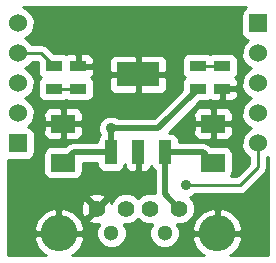
<source format=gbl>
G04 (created by PCBNEW (2013-07-07 BZR 4022)-stable) date 11/24/2014 5:15:10 AM*
%MOIN*%
G04 Gerber Fmt 3.4, Leading zero omitted, Abs format*
%FSLAX34Y34*%
G01*
G70*
G90*
G04 APERTURE LIST*
%ADD10C,0.00590551*%
%ADD11R,0.06X0.06*%
%ADD12C,0.06*%
%ADD13R,0.144X0.08*%
%ADD14R,0.04X0.08*%
%ADD15R,0.08X0.06*%
%ADD16R,0.055X0.035*%
%ADD17O,0.122047X0.122047*%
%ADD18C,0.0511811*%
%ADD19C,0.0551181*%
%ADD20C,0.035*%
%ADD21C,0.01*%
%ADD22C,0.019685*%
G04 APERTURE END LIST*
G54D10*
G54D11*
X79000Y-51000D03*
G54D12*
X79000Y-52000D03*
X79000Y-53000D03*
X79000Y-54000D03*
X79000Y-55000D03*
G54D13*
X75000Y-52700D03*
G54D14*
X75000Y-55300D03*
X74100Y-55300D03*
X75900Y-55300D03*
G54D15*
X77500Y-55650D03*
X77500Y-54350D03*
X72500Y-55650D03*
X72500Y-54350D03*
G54D16*
X77800Y-52425D03*
X77800Y-53175D03*
X77000Y-53175D03*
X77000Y-52425D03*
X72200Y-52425D03*
X72200Y-53175D03*
X73000Y-53175D03*
X73000Y-52425D03*
G54D11*
X71000Y-55000D03*
G54D12*
X71000Y-54000D03*
X71000Y-53000D03*
X71000Y-52000D03*
X71000Y-51000D03*
G54D17*
X72362Y-58000D03*
X77637Y-58000D03*
G54D18*
X74114Y-58000D03*
X75885Y-58000D03*
G54D19*
X76377Y-57173D03*
X75393Y-57173D03*
X74606Y-57173D03*
X73622Y-57173D03*
G54D20*
X76600Y-56400D03*
X74100Y-54500D03*
G54D21*
X72200Y-53175D02*
X73000Y-53175D01*
G54D22*
X76377Y-57173D02*
X75900Y-56695D01*
X75900Y-56695D02*
X75900Y-55300D01*
X77500Y-55650D02*
X77150Y-55300D01*
X77150Y-55300D02*
X75900Y-55300D01*
G54D21*
X79000Y-55800D02*
X79000Y-55000D01*
X78400Y-56400D02*
X79000Y-55800D01*
X76600Y-56400D02*
X78400Y-56400D01*
X77800Y-52425D02*
X77000Y-52425D01*
X71000Y-52000D02*
X71775Y-52000D01*
X71775Y-52000D02*
X72200Y-52425D01*
G54D22*
X74100Y-54500D02*
X75100Y-54500D01*
X75675Y-54500D02*
X77000Y-53175D01*
X75100Y-54500D02*
X75675Y-54500D01*
X72500Y-55650D02*
X72850Y-55300D01*
X72850Y-55300D02*
X74100Y-55300D01*
X74100Y-55300D02*
X74100Y-54500D01*
G54D10*
G36*
X79330Y-58730D02*
X78073Y-58730D01*
X78129Y-58706D01*
X78361Y-58464D01*
X78478Y-58183D01*
X78478Y-57816D01*
X78361Y-57535D01*
X78129Y-57293D01*
X77821Y-57159D01*
X77687Y-57203D01*
X77687Y-57950D01*
X78433Y-57950D01*
X78478Y-57816D01*
X78478Y-58183D01*
X78433Y-58050D01*
X77687Y-58050D01*
X77687Y-58057D01*
X77587Y-58057D01*
X77587Y-58050D01*
X77587Y-57950D01*
X77587Y-57203D01*
X77454Y-57159D01*
X77146Y-57293D01*
X76913Y-57535D01*
X76797Y-57816D01*
X76841Y-57950D01*
X77587Y-57950D01*
X77587Y-58050D01*
X76841Y-58050D01*
X76797Y-58183D01*
X76913Y-58464D01*
X77146Y-58706D01*
X77201Y-58730D01*
X72798Y-58730D01*
X72853Y-58706D01*
X73086Y-58464D01*
X73202Y-58183D01*
X73202Y-57816D01*
X73086Y-57535D01*
X72853Y-57293D01*
X72545Y-57159D01*
X72412Y-57203D01*
X72412Y-57950D01*
X73158Y-57950D01*
X73202Y-57816D01*
X73202Y-58183D01*
X73158Y-58050D01*
X72412Y-58050D01*
X72412Y-58057D01*
X72312Y-58057D01*
X72312Y-58050D01*
X72312Y-57950D01*
X72312Y-57203D01*
X72178Y-57159D01*
X71870Y-57293D01*
X71638Y-57535D01*
X71521Y-57816D01*
X71566Y-57950D01*
X72312Y-57950D01*
X72312Y-58050D01*
X71566Y-58050D01*
X71521Y-58183D01*
X71638Y-58464D01*
X71870Y-58706D01*
X71926Y-58730D01*
X70669Y-58730D01*
X70669Y-55549D01*
X70749Y-55550D01*
X71349Y-55550D01*
X71441Y-55512D01*
X71511Y-55441D01*
X71549Y-55349D01*
X71550Y-55250D01*
X71550Y-54650D01*
X71512Y-54558D01*
X71441Y-54488D01*
X71349Y-54450D01*
X71327Y-54450D01*
X71465Y-54311D01*
X71549Y-54109D01*
X71550Y-53891D01*
X71466Y-53688D01*
X71311Y-53534D01*
X71230Y-53500D01*
X71311Y-53466D01*
X71465Y-53311D01*
X71549Y-53109D01*
X71550Y-52891D01*
X71466Y-52688D01*
X71311Y-52534D01*
X71230Y-52500D01*
X71311Y-52466D01*
X71465Y-52311D01*
X71470Y-52300D01*
X71650Y-52300D01*
X71674Y-52324D01*
X71674Y-52649D01*
X71712Y-52741D01*
X71771Y-52800D01*
X71713Y-52858D01*
X71675Y-52950D01*
X71674Y-53049D01*
X71674Y-53399D01*
X71712Y-53491D01*
X71783Y-53561D01*
X71875Y-53599D01*
X71974Y-53600D01*
X72524Y-53600D01*
X72600Y-53568D01*
X72675Y-53599D01*
X72774Y-53600D01*
X73324Y-53600D01*
X73416Y-53562D01*
X73486Y-53491D01*
X73524Y-53399D01*
X73525Y-53300D01*
X73525Y-52950D01*
X73487Y-52858D01*
X73428Y-52800D01*
X73487Y-52741D01*
X73525Y-52649D01*
X73525Y-52200D01*
X73487Y-52108D01*
X73416Y-52038D01*
X73324Y-52000D01*
X73225Y-51999D01*
X73112Y-52000D01*
X73050Y-52062D01*
X73050Y-52375D01*
X73462Y-52375D01*
X73525Y-52312D01*
X73525Y-52200D01*
X73525Y-52649D01*
X73525Y-52537D01*
X73462Y-52475D01*
X73050Y-52475D01*
X73050Y-52482D01*
X72950Y-52482D01*
X72950Y-52475D01*
X72942Y-52475D01*
X72942Y-52375D01*
X72950Y-52375D01*
X72950Y-52062D01*
X72887Y-52000D01*
X72774Y-51999D01*
X72675Y-52000D01*
X72600Y-52031D01*
X72524Y-52000D01*
X72425Y-51999D01*
X72199Y-51999D01*
X71987Y-51787D01*
X71889Y-51722D01*
X71775Y-51700D01*
X71471Y-51700D01*
X71466Y-51688D01*
X71311Y-51534D01*
X71230Y-51500D01*
X71311Y-51466D01*
X71465Y-51311D01*
X71549Y-51109D01*
X71550Y-50891D01*
X71466Y-50688D01*
X71311Y-50534D01*
X71157Y-50469D01*
X78602Y-50469D01*
X78558Y-50487D01*
X78488Y-50558D01*
X78450Y-50650D01*
X78449Y-50749D01*
X78449Y-51349D01*
X78487Y-51441D01*
X78558Y-51511D01*
X78650Y-51549D01*
X78672Y-51549D01*
X78534Y-51688D01*
X78450Y-51890D01*
X78449Y-52108D01*
X78533Y-52311D01*
X78688Y-52465D01*
X78769Y-52499D01*
X78688Y-52533D01*
X78534Y-52688D01*
X78450Y-52890D01*
X78449Y-53108D01*
X78533Y-53311D01*
X78688Y-53465D01*
X78769Y-53499D01*
X78688Y-53533D01*
X78534Y-53688D01*
X78450Y-53890D01*
X78449Y-54108D01*
X78533Y-54311D01*
X78688Y-54465D01*
X78769Y-54499D01*
X78688Y-54533D01*
X78534Y-54688D01*
X78450Y-54890D01*
X78449Y-55108D01*
X78533Y-55311D01*
X78688Y-55465D01*
X78700Y-55470D01*
X78700Y-55675D01*
X78325Y-56050D01*
X78325Y-53399D01*
X78325Y-53287D01*
X78262Y-53225D01*
X77850Y-53225D01*
X77850Y-53537D01*
X77912Y-53600D01*
X78025Y-53600D01*
X78124Y-53599D01*
X78216Y-53561D01*
X78287Y-53491D01*
X78325Y-53399D01*
X78325Y-56050D01*
X78275Y-56100D01*
X78103Y-56100D01*
X78111Y-56091D01*
X78149Y-55999D01*
X78150Y-55900D01*
X78150Y-55300D01*
X78150Y-54699D01*
X78150Y-54000D01*
X78112Y-53908D01*
X78041Y-53838D01*
X77949Y-53800D01*
X77850Y-53799D01*
X77612Y-53800D01*
X77550Y-53862D01*
X77550Y-54300D01*
X78087Y-54300D01*
X78150Y-54237D01*
X78150Y-54000D01*
X78150Y-54699D01*
X78150Y-54462D01*
X78087Y-54400D01*
X77550Y-54400D01*
X77550Y-54837D01*
X77612Y-54900D01*
X77850Y-54900D01*
X77949Y-54899D01*
X78041Y-54861D01*
X78112Y-54791D01*
X78150Y-54699D01*
X78150Y-55300D01*
X78112Y-55208D01*
X78041Y-55138D01*
X77949Y-55100D01*
X77850Y-55099D01*
X77450Y-55099D01*
X77450Y-54837D01*
X77450Y-54400D01*
X77450Y-54300D01*
X77450Y-53862D01*
X77387Y-53800D01*
X77149Y-53799D01*
X77050Y-53800D01*
X76958Y-53838D01*
X76887Y-53908D01*
X76849Y-54000D01*
X76850Y-54237D01*
X76912Y-54300D01*
X77450Y-54300D01*
X77450Y-54400D01*
X76912Y-54400D01*
X76850Y-54462D01*
X76849Y-54699D01*
X76887Y-54791D01*
X76958Y-54861D01*
X77050Y-54899D01*
X77149Y-54900D01*
X77387Y-54900D01*
X77450Y-54837D01*
X77450Y-55099D01*
X77442Y-55099D01*
X77396Y-55053D01*
X77283Y-54978D01*
X77261Y-54973D01*
X77150Y-54951D01*
X77149Y-54951D01*
X76350Y-54951D01*
X76350Y-54850D01*
X76312Y-54758D01*
X76241Y-54688D01*
X76149Y-54650D01*
X76050Y-54649D01*
X76017Y-54649D01*
X77067Y-53600D01*
X77324Y-53600D01*
X77400Y-53568D01*
X77475Y-53599D01*
X77574Y-53600D01*
X77687Y-53600D01*
X77750Y-53537D01*
X77750Y-53225D01*
X77742Y-53225D01*
X77742Y-53125D01*
X77750Y-53125D01*
X77750Y-53117D01*
X77850Y-53117D01*
X77850Y-53125D01*
X78262Y-53125D01*
X78325Y-53062D01*
X78325Y-52950D01*
X78287Y-52858D01*
X78228Y-52799D01*
X78286Y-52741D01*
X78324Y-52649D01*
X78325Y-52550D01*
X78325Y-52200D01*
X78287Y-52108D01*
X78216Y-52038D01*
X78124Y-52000D01*
X78025Y-51999D01*
X77475Y-51999D01*
X77399Y-52031D01*
X77324Y-52000D01*
X77225Y-51999D01*
X76675Y-51999D01*
X76583Y-52037D01*
X76513Y-52108D01*
X76475Y-52200D01*
X76474Y-52299D01*
X76474Y-52649D01*
X76512Y-52741D01*
X76571Y-52800D01*
X76513Y-52858D01*
X76475Y-52950D01*
X76474Y-53049D01*
X76474Y-53207D01*
X75970Y-53712D01*
X75970Y-53050D01*
X75970Y-52349D01*
X75969Y-52250D01*
X75931Y-52158D01*
X75861Y-52087D01*
X75769Y-52049D01*
X75112Y-52050D01*
X75050Y-52112D01*
X75050Y-52650D01*
X75907Y-52650D01*
X75970Y-52587D01*
X75970Y-52349D01*
X75970Y-53050D01*
X75970Y-52812D01*
X75907Y-52750D01*
X75050Y-52750D01*
X75050Y-53287D01*
X75112Y-53350D01*
X75769Y-53350D01*
X75861Y-53312D01*
X75931Y-53241D01*
X75969Y-53149D01*
X75970Y-53050D01*
X75970Y-53712D01*
X75530Y-54151D01*
X75100Y-54151D01*
X74950Y-54151D01*
X74950Y-53287D01*
X74950Y-52750D01*
X74950Y-52650D01*
X74950Y-52112D01*
X74887Y-52050D01*
X74230Y-52049D01*
X74138Y-52087D01*
X74068Y-52158D01*
X74030Y-52250D01*
X74029Y-52349D01*
X74030Y-52587D01*
X74092Y-52650D01*
X74950Y-52650D01*
X74950Y-52750D01*
X74092Y-52750D01*
X74030Y-52812D01*
X74029Y-53050D01*
X74030Y-53149D01*
X74068Y-53241D01*
X74138Y-53312D01*
X74230Y-53350D01*
X74887Y-53350D01*
X74950Y-53287D01*
X74950Y-54151D01*
X74352Y-54151D01*
X74341Y-54139D01*
X74184Y-54075D01*
X74015Y-54074D01*
X73859Y-54139D01*
X73739Y-54258D01*
X73675Y-54415D01*
X73674Y-54584D01*
X73729Y-54716D01*
X73688Y-54758D01*
X73650Y-54850D01*
X73649Y-54949D01*
X73649Y-54951D01*
X73150Y-54951D01*
X73150Y-54699D01*
X73150Y-54000D01*
X73112Y-53908D01*
X73041Y-53838D01*
X72949Y-53800D01*
X72850Y-53799D01*
X72612Y-53800D01*
X72550Y-53862D01*
X72550Y-54300D01*
X73087Y-54300D01*
X73150Y-54237D01*
X73150Y-54000D01*
X73150Y-54699D01*
X73150Y-54462D01*
X73087Y-54400D01*
X72550Y-54400D01*
X72550Y-54837D01*
X72612Y-54900D01*
X72850Y-54900D01*
X72949Y-54899D01*
X73041Y-54861D01*
X73112Y-54791D01*
X73150Y-54699D01*
X73150Y-54951D01*
X72850Y-54951D01*
X72849Y-54951D01*
X72716Y-54978D01*
X72603Y-55053D01*
X72603Y-55053D01*
X72557Y-55099D01*
X72450Y-55099D01*
X72450Y-54837D01*
X72450Y-54400D01*
X72450Y-54300D01*
X72450Y-53862D01*
X72387Y-53800D01*
X72149Y-53799D01*
X72050Y-53800D01*
X71958Y-53838D01*
X71887Y-53908D01*
X71849Y-54000D01*
X71850Y-54237D01*
X71912Y-54300D01*
X72450Y-54300D01*
X72450Y-54400D01*
X71912Y-54400D01*
X71850Y-54462D01*
X71849Y-54699D01*
X71887Y-54791D01*
X71958Y-54861D01*
X72050Y-54899D01*
X72149Y-54900D01*
X72387Y-54900D01*
X72450Y-54837D01*
X72450Y-55099D01*
X72050Y-55099D01*
X71958Y-55137D01*
X71888Y-55208D01*
X71850Y-55300D01*
X71849Y-55399D01*
X71849Y-55999D01*
X71887Y-56091D01*
X71958Y-56161D01*
X72050Y-56199D01*
X72149Y-56200D01*
X72949Y-56200D01*
X73041Y-56162D01*
X73111Y-56091D01*
X73149Y-55999D01*
X73150Y-55900D01*
X73150Y-55648D01*
X73649Y-55648D01*
X73649Y-55749D01*
X73687Y-55841D01*
X73758Y-55911D01*
X73850Y-55949D01*
X73949Y-55950D01*
X74349Y-55950D01*
X74441Y-55912D01*
X74511Y-55841D01*
X74549Y-55749D01*
X74550Y-55699D01*
X74550Y-55749D01*
X74588Y-55841D01*
X74658Y-55912D01*
X74750Y-55950D01*
X74887Y-55950D01*
X74950Y-55887D01*
X74950Y-55350D01*
X74942Y-55350D01*
X74942Y-55250D01*
X74950Y-55250D01*
X74950Y-55242D01*
X75050Y-55242D01*
X75050Y-55250D01*
X75057Y-55250D01*
X75057Y-55350D01*
X75050Y-55350D01*
X75050Y-55887D01*
X75112Y-55950D01*
X75249Y-55950D01*
X75341Y-55912D01*
X75411Y-55841D01*
X75449Y-55749D01*
X75449Y-55749D01*
X75449Y-55749D01*
X75487Y-55841D01*
X75551Y-55905D01*
X75551Y-56669D01*
X75498Y-56647D01*
X75289Y-56647D01*
X75096Y-56727D01*
X74999Y-56823D01*
X74904Y-56727D01*
X74711Y-56647D01*
X74502Y-56647D01*
X74308Y-56727D01*
X74160Y-56875D01*
X74116Y-56981D01*
X74083Y-56900D01*
X73990Y-56875D01*
X73919Y-56946D01*
X73919Y-56805D01*
X73895Y-56712D01*
X73697Y-56642D01*
X73489Y-56654D01*
X73348Y-56712D01*
X73324Y-56805D01*
X73622Y-57102D01*
X73919Y-56805D01*
X73919Y-56946D01*
X73692Y-57173D01*
X73698Y-57178D01*
X73627Y-57249D01*
X73622Y-57243D01*
X73551Y-57314D01*
X73551Y-57173D01*
X73253Y-56875D01*
X73161Y-56900D01*
X73091Y-57097D01*
X73102Y-57306D01*
X73161Y-57446D01*
X73253Y-57470D01*
X73551Y-57173D01*
X73551Y-57314D01*
X73324Y-57541D01*
X73348Y-57634D01*
X73546Y-57703D01*
X73703Y-57695D01*
X73685Y-57713D01*
X73608Y-57898D01*
X73608Y-58100D01*
X73685Y-58286D01*
X73827Y-58428D01*
X74013Y-58505D01*
X74214Y-58505D01*
X74400Y-58429D01*
X74542Y-58286D01*
X74619Y-58101D01*
X74620Y-57899D01*
X74543Y-57713D01*
X74528Y-57698D01*
X74710Y-57698D01*
X74903Y-57619D01*
X75000Y-57522D01*
X75095Y-57618D01*
X75288Y-57698D01*
X75471Y-57698D01*
X75457Y-57713D01*
X75380Y-57898D01*
X75379Y-58100D01*
X75456Y-58286D01*
X75598Y-58428D01*
X75784Y-58505D01*
X75986Y-58505D01*
X76172Y-58429D01*
X76314Y-58286D01*
X76391Y-58101D01*
X76391Y-57899D01*
X76314Y-57713D01*
X76299Y-57698D01*
X76482Y-57698D01*
X76675Y-57619D01*
X76823Y-57471D01*
X76903Y-57278D01*
X76903Y-57069D01*
X76823Y-56875D01*
X76747Y-56799D01*
X76840Y-56760D01*
X76901Y-56700D01*
X78400Y-56700D01*
X78400Y-56699D01*
X78514Y-56677D01*
X78514Y-56677D01*
X78612Y-56612D01*
X79212Y-56012D01*
X79212Y-56012D01*
X79277Y-55914D01*
X79299Y-55800D01*
X79300Y-55800D01*
X79300Y-55471D01*
X79311Y-55466D01*
X79330Y-55447D01*
X79330Y-58730D01*
X79330Y-58730D01*
G37*
G54D21*
X79330Y-58730D02*
X78073Y-58730D01*
X78129Y-58706D01*
X78361Y-58464D01*
X78478Y-58183D01*
X78478Y-57816D01*
X78361Y-57535D01*
X78129Y-57293D01*
X77821Y-57159D01*
X77687Y-57203D01*
X77687Y-57950D01*
X78433Y-57950D01*
X78478Y-57816D01*
X78478Y-58183D01*
X78433Y-58050D01*
X77687Y-58050D01*
X77687Y-58057D01*
X77587Y-58057D01*
X77587Y-58050D01*
X77587Y-57950D01*
X77587Y-57203D01*
X77454Y-57159D01*
X77146Y-57293D01*
X76913Y-57535D01*
X76797Y-57816D01*
X76841Y-57950D01*
X77587Y-57950D01*
X77587Y-58050D01*
X76841Y-58050D01*
X76797Y-58183D01*
X76913Y-58464D01*
X77146Y-58706D01*
X77201Y-58730D01*
X72798Y-58730D01*
X72853Y-58706D01*
X73086Y-58464D01*
X73202Y-58183D01*
X73202Y-57816D01*
X73086Y-57535D01*
X72853Y-57293D01*
X72545Y-57159D01*
X72412Y-57203D01*
X72412Y-57950D01*
X73158Y-57950D01*
X73202Y-57816D01*
X73202Y-58183D01*
X73158Y-58050D01*
X72412Y-58050D01*
X72412Y-58057D01*
X72312Y-58057D01*
X72312Y-58050D01*
X72312Y-57950D01*
X72312Y-57203D01*
X72178Y-57159D01*
X71870Y-57293D01*
X71638Y-57535D01*
X71521Y-57816D01*
X71566Y-57950D01*
X72312Y-57950D01*
X72312Y-58050D01*
X71566Y-58050D01*
X71521Y-58183D01*
X71638Y-58464D01*
X71870Y-58706D01*
X71926Y-58730D01*
X70669Y-58730D01*
X70669Y-55549D01*
X70749Y-55550D01*
X71349Y-55550D01*
X71441Y-55512D01*
X71511Y-55441D01*
X71549Y-55349D01*
X71550Y-55250D01*
X71550Y-54650D01*
X71512Y-54558D01*
X71441Y-54488D01*
X71349Y-54450D01*
X71327Y-54450D01*
X71465Y-54311D01*
X71549Y-54109D01*
X71550Y-53891D01*
X71466Y-53688D01*
X71311Y-53534D01*
X71230Y-53500D01*
X71311Y-53466D01*
X71465Y-53311D01*
X71549Y-53109D01*
X71550Y-52891D01*
X71466Y-52688D01*
X71311Y-52534D01*
X71230Y-52500D01*
X71311Y-52466D01*
X71465Y-52311D01*
X71470Y-52300D01*
X71650Y-52300D01*
X71674Y-52324D01*
X71674Y-52649D01*
X71712Y-52741D01*
X71771Y-52800D01*
X71713Y-52858D01*
X71675Y-52950D01*
X71674Y-53049D01*
X71674Y-53399D01*
X71712Y-53491D01*
X71783Y-53561D01*
X71875Y-53599D01*
X71974Y-53600D01*
X72524Y-53600D01*
X72600Y-53568D01*
X72675Y-53599D01*
X72774Y-53600D01*
X73324Y-53600D01*
X73416Y-53562D01*
X73486Y-53491D01*
X73524Y-53399D01*
X73525Y-53300D01*
X73525Y-52950D01*
X73487Y-52858D01*
X73428Y-52800D01*
X73487Y-52741D01*
X73525Y-52649D01*
X73525Y-52200D01*
X73487Y-52108D01*
X73416Y-52038D01*
X73324Y-52000D01*
X73225Y-51999D01*
X73112Y-52000D01*
X73050Y-52062D01*
X73050Y-52375D01*
X73462Y-52375D01*
X73525Y-52312D01*
X73525Y-52200D01*
X73525Y-52649D01*
X73525Y-52537D01*
X73462Y-52475D01*
X73050Y-52475D01*
X73050Y-52482D01*
X72950Y-52482D01*
X72950Y-52475D01*
X72942Y-52475D01*
X72942Y-52375D01*
X72950Y-52375D01*
X72950Y-52062D01*
X72887Y-52000D01*
X72774Y-51999D01*
X72675Y-52000D01*
X72600Y-52031D01*
X72524Y-52000D01*
X72425Y-51999D01*
X72199Y-51999D01*
X71987Y-51787D01*
X71889Y-51722D01*
X71775Y-51700D01*
X71471Y-51700D01*
X71466Y-51688D01*
X71311Y-51534D01*
X71230Y-51500D01*
X71311Y-51466D01*
X71465Y-51311D01*
X71549Y-51109D01*
X71550Y-50891D01*
X71466Y-50688D01*
X71311Y-50534D01*
X71157Y-50469D01*
X78602Y-50469D01*
X78558Y-50487D01*
X78488Y-50558D01*
X78450Y-50650D01*
X78449Y-50749D01*
X78449Y-51349D01*
X78487Y-51441D01*
X78558Y-51511D01*
X78650Y-51549D01*
X78672Y-51549D01*
X78534Y-51688D01*
X78450Y-51890D01*
X78449Y-52108D01*
X78533Y-52311D01*
X78688Y-52465D01*
X78769Y-52499D01*
X78688Y-52533D01*
X78534Y-52688D01*
X78450Y-52890D01*
X78449Y-53108D01*
X78533Y-53311D01*
X78688Y-53465D01*
X78769Y-53499D01*
X78688Y-53533D01*
X78534Y-53688D01*
X78450Y-53890D01*
X78449Y-54108D01*
X78533Y-54311D01*
X78688Y-54465D01*
X78769Y-54499D01*
X78688Y-54533D01*
X78534Y-54688D01*
X78450Y-54890D01*
X78449Y-55108D01*
X78533Y-55311D01*
X78688Y-55465D01*
X78700Y-55470D01*
X78700Y-55675D01*
X78325Y-56050D01*
X78325Y-53399D01*
X78325Y-53287D01*
X78262Y-53225D01*
X77850Y-53225D01*
X77850Y-53537D01*
X77912Y-53600D01*
X78025Y-53600D01*
X78124Y-53599D01*
X78216Y-53561D01*
X78287Y-53491D01*
X78325Y-53399D01*
X78325Y-56050D01*
X78275Y-56100D01*
X78103Y-56100D01*
X78111Y-56091D01*
X78149Y-55999D01*
X78150Y-55900D01*
X78150Y-55300D01*
X78150Y-54699D01*
X78150Y-54000D01*
X78112Y-53908D01*
X78041Y-53838D01*
X77949Y-53800D01*
X77850Y-53799D01*
X77612Y-53800D01*
X77550Y-53862D01*
X77550Y-54300D01*
X78087Y-54300D01*
X78150Y-54237D01*
X78150Y-54000D01*
X78150Y-54699D01*
X78150Y-54462D01*
X78087Y-54400D01*
X77550Y-54400D01*
X77550Y-54837D01*
X77612Y-54900D01*
X77850Y-54900D01*
X77949Y-54899D01*
X78041Y-54861D01*
X78112Y-54791D01*
X78150Y-54699D01*
X78150Y-55300D01*
X78112Y-55208D01*
X78041Y-55138D01*
X77949Y-55100D01*
X77850Y-55099D01*
X77450Y-55099D01*
X77450Y-54837D01*
X77450Y-54400D01*
X77450Y-54300D01*
X77450Y-53862D01*
X77387Y-53800D01*
X77149Y-53799D01*
X77050Y-53800D01*
X76958Y-53838D01*
X76887Y-53908D01*
X76849Y-54000D01*
X76850Y-54237D01*
X76912Y-54300D01*
X77450Y-54300D01*
X77450Y-54400D01*
X76912Y-54400D01*
X76850Y-54462D01*
X76849Y-54699D01*
X76887Y-54791D01*
X76958Y-54861D01*
X77050Y-54899D01*
X77149Y-54900D01*
X77387Y-54900D01*
X77450Y-54837D01*
X77450Y-55099D01*
X77442Y-55099D01*
X77396Y-55053D01*
X77283Y-54978D01*
X77261Y-54973D01*
X77150Y-54951D01*
X77149Y-54951D01*
X76350Y-54951D01*
X76350Y-54850D01*
X76312Y-54758D01*
X76241Y-54688D01*
X76149Y-54650D01*
X76050Y-54649D01*
X76017Y-54649D01*
X77067Y-53600D01*
X77324Y-53600D01*
X77400Y-53568D01*
X77475Y-53599D01*
X77574Y-53600D01*
X77687Y-53600D01*
X77750Y-53537D01*
X77750Y-53225D01*
X77742Y-53225D01*
X77742Y-53125D01*
X77750Y-53125D01*
X77750Y-53117D01*
X77850Y-53117D01*
X77850Y-53125D01*
X78262Y-53125D01*
X78325Y-53062D01*
X78325Y-52950D01*
X78287Y-52858D01*
X78228Y-52799D01*
X78286Y-52741D01*
X78324Y-52649D01*
X78325Y-52550D01*
X78325Y-52200D01*
X78287Y-52108D01*
X78216Y-52038D01*
X78124Y-52000D01*
X78025Y-51999D01*
X77475Y-51999D01*
X77399Y-52031D01*
X77324Y-52000D01*
X77225Y-51999D01*
X76675Y-51999D01*
X76583Y-52037D01*
X76513Y-52108D01*
X76475Y-52200D01*
X76474Y-52299D01*
X76474Y-52649D01*
X76512Y-52741D01*
X76571Y-52800D01*
X76513Y-52858D01*
X76475Y-52950D01*
X76474Y-53049D01*
X76474Y-53207D01*
X75970Y-53712D01*
X75970Y-53050D01*
X75970Y-52349D01*
X75969Y-52250D01*
X75931Y-52158D01*
X75861Y-52087D01*
X75769Y-52049D01*
X75112Y-52050D01*
X75050Y-52112D01*
X75050Y-52650D01*
X75907Y-52650D01*
X75970Y-52587D01*
X75970Y-52349D01*
X75970Y-53050D01*
X75970Y-52812D01*
X75907Y-52750D01*
X75050Y-52750D01*
X75050Y-53287D01*
X75112Y-53350D01*
X75769Y-53350D01*
X75861Y-53312D01*
X75931Y-53241D01*
X75969Y-53149D01*
X75970Y-53050D01*
X75970Y-53712D01*
X75530Y-54151D01*
X75100Y-54151D01*
X74950Y-54151D01*
X74950Y-53287D01*
X74950Y-52750D01*
X74950Y-52650D01*
X74950Y-52112D01*
X74887Y-52050D01*
X74230Y-52049D01*
X74138Y-52087D01*
X74068Y-52158D01*
X74030Y-52250D01*
X74029Y-52349D01*
X74030Y-52587D01*
X74092Y-52650D01*
X74950Y-52650D01*
X74950Y-52750D01*
X74092Y-52750D01*
X74030Y-52812D01*
X74029Y-53050D01*
X74030Y-53149D01*
X74068Y-53241D01*
X74138Y-53312D01*
X74230Y-53350D01*
X74887Y-53350D01*
X74950Y-53287D01*
X74950Y-54151D01*
X74352Y-54151D01*
X74341Y-54139D01*
X74184Y-54075D01*
X74015Y-54074D01*
X73859Y-54139D01*
X73739Y-54258D01*
X73675Y-54415D01*
X73674Y-54584D01*
X73729Y-54716D01*
X73688Y-54758D01*
X73650Y-54850D01*
X73649Y-54949D01*
X73649Y-54951D01*
X73150Y-54951D01*
X73150Y-54699D01*
X73150Y-54000D01*
X73112Y-53908D01*
X73041Y-53838D01*
X72949Y-53800D01*
X72850Y-53799D01*
X72612Y-53800D01*
X72550Y-53862D01*
X72550Y-54300D01*
X73087Y-54300D01*
X73150Y-54237D01*
X73150Y-54000D01*
X73150Y-54699D01*
X73150Y-54462D01*
X73087Y-54400D01*
X72550Y-54400D01*
X72550Y-54837D01*
X72612Y-54900D01*
X72850Y-54900D01*
X72949Y-54899D01*
X73041Y-54861D01*
X73112Y-54791D01*
X73150Y-54699D01*
X73150Y-54951D01*
X72850Y-54951D01*
X72849Y-54951D01*
X72716Y-54978D01*
X72603Y-55053D01*
X72603Y-55053D01*
X72557Y-55099D01*
X72450Y-55099D01*
X72450Y-54837D01*
X72450Y-54400D01*
X72450Y-54300D01*
X72450Y-53862D01*
X72387Y-53800D01*
X72149Y-53799D01*
X72050Y-53800D01*
X71958Y-53838D01*
X71887Y-53908D01*
X71849Y-54000D01*
X71850Y-54237D01*
X71912Y-54300D01*
X72450Y-54300D01*
X72450Y-54400D01*
X71912Y-54400D01*
X71850Y-54462D01*
X71849Y-54699D01*
X71887Y-54791D01*
X71958Y-54861D01*
X72050Y-54899D01*
X72149Y-54900D01*
X72387Y-54900D01*
X72450Y-54837D01*
X72450Y-55099D01*
X72050Y-55099D01*
X71958Y-55137D01*
X71888Y-55208D01*
X71850Y-55300D01*
X71849Y-55399D01*
X71849Y-55999D01*
X71887Y-56091D01*
X71958Y-56161D01*
X72050Y-56199D01*
X72149Y-56200D01*
X72949Y-56200D01*
X73041Y-56162D01*
X73111Y-56091D01*
X73149Y-55999D01*
X73150Y-55900D01*
X73150Y-55648D01*
X73649Y-55648D01*
X73649Y-55749D01*
X73687Y-55841D01*
X73758Y-55911D01*
X73850Y-55949D01*
X73949Y-55950D01*
X74349Y-55950D01*
X74441Y-55912D01*
X74511Y-55841D01*
X74549Y-55749D01*
X74550Y-55699D01*
X74550Y-55749D01*
X74588Y-55841D01*
X74658Y-55912D01*
X74750Y-55950D01*
X74887Y-55950D01*
X74950Y-55887D01*
X74950Y-55350D01*
X74942Y-55350D01*
X74942Y-55250D01*
X74950Y-55250D01*
X74950Y-55242D01*
X75050Y-55242D01*
X75050Y-55250D01*
X75057Y-55250D01*
X75057Y-55350D01*
X75050Y-55350D01*
X75050Y-55887D01*
X75112Y-55950D01*
X75249Y-55950D01*
X75341Y-55912D01*
X75411Y-55841D01*
X75449Y-55749D01*
X75449Y-55749D01*
X75449Y-55749D01*
X75487Y-55841D01*
X75551Y-55905D01*
X75551Y-56669D01*
X75498Y-56647D01*
X75289Y-56647D01*
X75096Y-56727D01*
X74999Y-56823D01*
X74904Y-56727D01*
X74711Y-56647D01*
X74502Y-56647D01*
X74308Y-56727D01*
X74160Y-56875D01*
X74116Y-56981D01*
X74083Y-56900D01*
X73990Y-56875D01*
X73919Y-56946D01*
X73919Y-56805D01*
X73895Y-56712D01*
X73697Y-56642D01*
X73489Y-56654D01*
X73348Y-56712D01*
X73324Y-56805D01*
X73622Y-57102D01*
X73919Y-56805D01*
X73919Y-56946D01*
X73692Y-57173D01*
X73698Y-57178D01*
X73627Y-57249D01*
X73622Y-57243D01*
X73551Y-57314D01*
X73551Y-57173D01*
X73253Y-56875D01*
X73161Y-56900D01*
X73091Y-57097D01*
X73102Y-57306D01*
X73161Y-57446D01*
X73253Y-57470D01*
X73551Y-57173D01*
X73551Y-57314D01*
X73324Y-57541D01*
X73348Y-57634D01*
X73546Y-57703D01*
X73703Y-57695D01*
X73685Y-57713D01*
X73608Y-57898D01*
X73608Y-58100D01*
X73685Y-58286D01*
X73827Y-58428D01*
X74013Y-58505D01*
X74214Y-58505D01*
X74400Y-58429D01*
X74542Y-58286D01*
X74619Y-58101D01*
X74620Y-57899D01*
X74543Y-57713D01*
X74528Y-57698D01*
X74710Y-57698D01*
X74903Y-57619D01*
X75000Y-57522D01*
X75095Y-57618D01*
X75288Y-57698D01*
X75471Y-57698D01*
X75457Y-57713D01*
X75380Y-57898D01*
X75379Y-58100D01*
X75456Y-58286D01*
X75598Y-58428D01*
X75784Y-58505D01*
X75986Y-58505D01*
X76172Y-58429D01*
X76314Y-58286D01*
X76391Y-58101D01*
X76391Y-57899D01*
X76314Y-57713D01*
X76299Y-57698D01*
X76482Y-57698D01*
X76675Y-57619D01*
X76823Y-57471D01*
X76903Y-57278D01*
X76903Y-57069D01*
X76823Y-56875D01*
X76747Y-56799D01*
X76840Y-56760D01*
X76901Y-56700D01*
X78400Y-56700D01*
X78400Y-56699D01*
X78514Y-56677D01*
X78514Y-56677D01*
X78612Y-56612D01*
X79212Y-56012D01*
X79212Y-56012D01*
X79277Y-55914D01*
X79299Y-55800D01*
X79300Y-55800D01*
X79300Y-55471D01*
X79311Y-55466D01*
X79330Y-55447D01*
X79330Y-58730D01*
M02*

</source>
